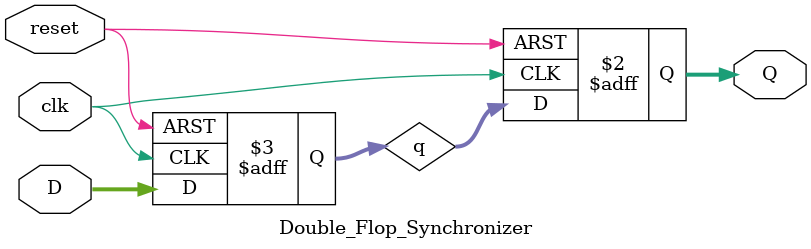
<source format=v>
module Double_Flop_Synchronizer #(parameter WIDTH=4)(
input clk,
input reset,
input [WIDTH-1:0] D,
output reg [WIDTH-1:0] Q

);

reg [WIDTH-1:0] q;

always@(posedge clk,posedge reset)begin

	if(reset)begin
	Q <= {WIDTH{1'b0}};
	q <= {WIDTH{1'b0}};
	end else begin
	q <= D;
	Q <= q;
	end
end


endmodule

</source>
